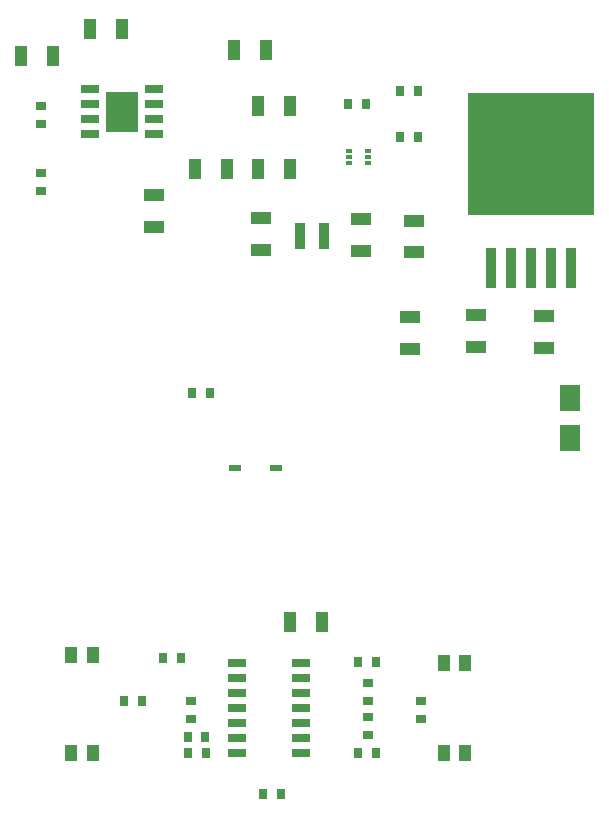
<source format=gtp>
G04*
G04 #@! TF.GenerationSoftware,Altium Limited,Altium Designer,22.2.1 (43)*
G04*
G04 Layer_Color=8421504*
%FSLAX25Y25*%
%MOIN*%
G70*
G04*
G04 #@! TF.SameCoordinates,1B490597-E986-4BE8-99EB-E72609ADCA5A*
G04*
G04*
G04 #@! TF.FilePolarity,Positive*
G04*
G01*
G75*
%ADD15R,0.06693X0.04331*%
%ADD16R,0.42200X0.40800*%
%ADD17R,0.03800X0.13800*%
%ADD18R,0.03543X0.02756*%
%ADD19R,0.03347X0.08661*%
%ADD20R,0.01870X0.01181*%
%ADD21R,0.06004X0.02559*%
%ADD22R,0.10669X0.13386*%
%ADD23R,0.04331X0.06693*%
%ADD24R,0.02756X0.03543*%
%ADD25R,0.04375X0.02365*%
%ADD26R,0.06500X0.08600*%
%ADD27R,0.03937X0.05512*%
%ADD28R,0.06102X0.02559*%
D15*
X206300Y-137630D02*
D03*
Y-127000D02*
D03*
X228400Y-126500D02*
D03*
Y-137130D02*
D03*
X250900Y-137415D02*
D03*
Y-126785D02*
D03*
X120977Y-97015D02*
D03*
Y-86385D02*
D03*
X207600Y-105515D02*
D03*
Y-94885D02*
D03*
X190000Y-104915D02*
D03*
Y-94285D02*
D03*
X156700Y-94085D02*
D03*
Y-104715D02*
D03*
D16*
X246700Y-72800D02*
D03*
D17*
X260086Y-110800D02*
D03*
X253393D02*
D03*
X246700D02*
D03*
X240007D02*
D03*
X233314D02*
D03*
D18*
X83400Y-56700D02*
D03*
Y-62606D02*
D03*
X83400Y-79094D02*
D03*
Y-85000D02*
D03*
X133500Y-261011D02*
D03*
Y-255105D02*
D03*
X192400Y-260447D02*
D03*
Y-266353D02*
D03*
X210000Y-255105D02*
D03*
Y-261011D02*
D03*
X192500Y-255105D02*
D03*
Y-249200D02*
D03*
D19*
X169765Y-100100D02*
D03*
X177835D02*
D03*
D20*
X185900Y-71800D02*
D03*
Y-73769D02*
D03*
Y-75737D02*
D03*
X192498D02*
D03*
Y-73769D02*
D03*
Y-71800D02*
D03*
D21*
X120977Y-66100D02*
D03*
Y-61100D02*
D03*
Y-56100D02*
D03*
Y-51100D02*
D03*
X99623D02*
D03*
Y-56100D02*
D03*
Y-61100D02*
D03*
Y-66100D02*
D03*
D22*
X110300Y-58600D02*
D03*
D23*
X87330Y-40000D02*
D03*
X76700D02*
D03*
X158215Y-38000D02*
D03*
X147585D02*
D03*
X110300Y-31200D02*
D03*
X99670D02*
D03*
X134685Y-77600D02*
D03*
X145315D02*
D03*
X155785D02*
D03*
X166415D02*
D03*
X177000Y-228600D02*
D03*
X166370D02*
D03*
X166415Y-56700D02*
D03*
X155785D02*
D03*
D24*
X185847Y-56100D02*
D03*
X191753D02*
D03*
X203047Y-51700D02*
D03*
X208953D02*
D03*
X208906Y-66900D02*
D03*
X203000D02*
D03*
X194905Y-241900D02*
D03*
X189000D02*
D03*
X124047Y-240700D02*
D03*
X129953D02*
D03*
X194905Y-272500D02*
D03*
X189000D02*
D03*
X132395D02*
D03*
X138300D02*
D03*
X139753Y-152500D02*
D03*
X133847D02*
D03*
X138153Y-266900D02*
D03*
X132247D02*
D03*
X117100Y-255105D02*
D03*
X111195D02*
D03*
X163206Y-286100D02*
D03*
X157300D02*
D03*
D25*
X161691Y-177400D02*
D03*
X148109D02*
D03*
D26*
X259800Y-153900D02*
D03*
Y-167300D02*
D03*
D27*
X217557Y-242500D02*
D03*
X224643D02*
D03*
X100543Y-239600D02*
D03*
X93457D02*
D03*
X217557Y-272500D02*
D03*
X224643D02*
D03*
X100543D02*
D03*
X93457D02*
D03*
D28*
X148600Y-242500D02*
D03*
Y-247500D02*
D03*
Y-252500D02*
D03*
Y-257500D02*
D03*
Y-262500D02*
D03*
Y-267500D02*
D03*
Y-272500D02*
D03*
X170057D02*
D03*
Y-267500D02*
D03*
Y-262500D02*
D03*
Y-257500D02*
D03*
Y-252500D02*
D03*
Y-247500D02*
D03*
Y-242500D02*
D03*
M02*

</source>
